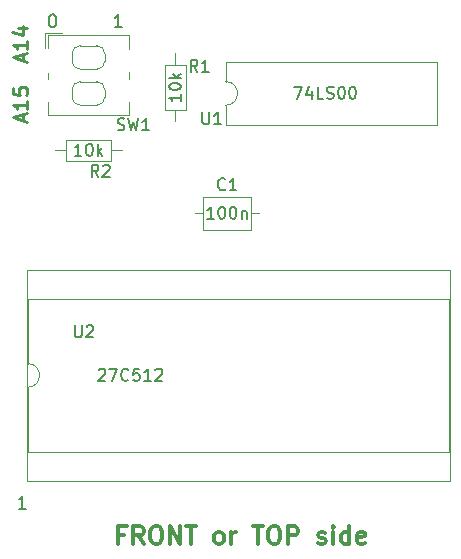
<source format=gbr>
G04 #@! TF.GenerationSoftware,KiCad,Pcbnew,(6.0.11)*
G04 #@! TF.CreationDate,2023-02-19T10:02:12-08:00*
G04 #@! TF.ProjectId,AtariCart,41746172-6943-4617-9274-2e6b69636164,rev?*
G04 #@! TF.SameCoordinates,Original*
G04 #@! TF.FileFunction,Legend,Top*
G04 #@! TF.FilePolarity,Positive*
%FSLAX46Y46*%
G04 Gerber Fmt 4.6, Leading zero omitted, Abs format (unit mm)*
G04 Created by KiCad (PCBNEW (6.0.11)) date 2023-02-19 10:02:12*
%MOMM*%
%LPD*%
G01*
G04 APERTURE LIST*
%ADD10C,0.250000*%
%ADD11C,0.200000*%
%ADD12C,0.300000*%
%ADD13C,0.150000*%
%ADD14C,0.120000*%
G04 APERTURE END LIST*
D10*
X27251000Y-35083571D02*
X27251000Y-34512142D01*
X27593857Y-35197857D02*
X26393857Y-34797857D01*
X27593857Y-34397857D01*
X27593857Y-33369285D02*
X27593857Y-34055000D01*
X27593857Y-33712142D02*
X26393857Y-33712142D01*
X26565285Y-33826428D01*
X26679571Y-33940714D01*
X26736714Y-34055000D01*
X26393857Y-32283571D02*
X26393857Y-32855000D01*
X26965285Y-32912142D01*
X26908142Y-32855000D01*
X26851000Y-32740714D01*
X26851000Y-32455000D01*
X26908142Y-32340714D01*
X26965285Y-32283571D01*
X27079571Y-32226428D01*
X27365285Y-32226428D01*
X27479571Y-32283571D01*
X27536714Y-32340714D01*
X27593857Y-32455000D01*
X27593857Y-32740714D01*
X27536714Y-32855000D01*
X27479571Y-32912142D01*
D11*
X35620285Y-27167619D02*
X34991714Y-27167619D01*
X35306000Y-27167619D02*
X35306000Y-26067619D01*
X35201238Y-26224761D01*
X35096476Y-26329523D01*
X34991714Y-26381904D01*
X27492285Y-67934619D02*
X26863714Y-67934619D01*
X27178000Y-67934619D02*
X27178000Y-66834619D01*
X27073238Y-66991761D01*
X26968476Y-67096523D01*
X26863714Y-67148904D01*
D10*
X27251000Y-30003571D02*
X27251000Y-29432142D01*
X27593857Y-30117857D02*
X26393857Y-29717857D01*
X27593857Y-29317857D01*
X27593857Y-28289285D02*
X27593857Y-28975000D01*
X27593857Y-28632142D02*
X26393857Y-28632142D01*
X26565285Y-28746428D01*
X26679571Y-28860714D01*
X26736714Y-28975000D01*
X26793857Y-27260714D02*
X27593857Y-27260714D01*
X26336714Y-27546428D02*
X27193857Y-27832142D01*
X27193857Y-27089285D01*
D12*
X35791428Y-70123857D02*
X35291428Y-70123857D01*
X35291428Y-70909571D02*
X35291428Y-69409571D01*
X36005714Y-69409571D01*
X37434285Y-70909571D02*
X36934285Y-70195285D01*
X36577142Y-70909571D02*
X36577142Y-69409571D01*
X37148571Y-69409571D01*
X37291428Y-69481000D01*
X37362857Y-69552428D01*
X37434285Y-69695285D01*
X37434285Y-69909571D01*
X37362857Y-70052428D01*
X37291428Y-70123857D01*
X37148571Y-70195285D01*
X36577142Y-70195285D01*
X38362857Y-69409571D02*
X38648571Y-69409571D01*
X38791428Y-69481000D01*
X38934285Y-69623857D01*
X39005714Y-69909571D01*
X39005714Y-70409571D01*
X38934285Y-70695285D01*
X38791428Y-70838142D01*
X38648571Y-70909571D01*
X38362857Y-70909571D01*
X38220000Y-70838142D01*
X38077142Y-70695285D01*
X38005714Y-70409571D01*
X38005714Y-69909571D01*
X38077142Y-69623857D01*
X38220000Y-69481000D01*
X38362857Y-69409571D01*
X39648571Y-70909571D02*
X39648571Y-69409571D01*
X40505714Y-70909571D01*
X40505714Y-69409571D01*
X41005714Y-69409571D02*
X41862857Y-69409571D01*
X41434285Y-70909571D02*
X41434285Y-69409571D01*
X43720000Y-70909571D02*
X43577142Y-70838142D01*
X43505714Y-70766714D01*
X43434285Y-70623857D01*
X43434285Y-70195285D01*
X43505714Y-70052428D01*
X43577142Y-69981000D01*
X43720000Y-69909571D01*
X43934285Y-69909571D01*
X44077142Y-69981000D01*
X44148571Y-70052428D01*
X44220000Y-70195285D01*
X44220000Y-70623857D01*
X44148571Y-70766714D01*
X44077142Y-70838142D01*
X43934285Y-70909571D01*
X43720000Y-70909571D01*
X44862857Y-70909571D02*
X44862857Y-69909571D01*
X44862857Y-70195285D02*
X44934285Y-70052428D01*
X45005714Y-69981000D01*
X45148571Y-69909571D01*
X45291428Y-69909571D01*
X46720000Y-69409571D02*
X47577142Y-69409571D01*
X47148571Y-70909571D02*
X47148571Y-69409571D01*
X48362857Y-69409571D02*
X48648571Y-69409571D01*
X48791428Y-69481000D01*
X48934285Y-69623857D01*
X49005714Y-69909571D01*
X49005714Y-70409571D01*
X48934285Y-70695285D01*
X48791428Y-70838142D01*
X48648571Y-70909571D01*
X48362857Y-70909571D01*
X48220000Y-70838142D01*
X48077142Y-70695285D01*
X48005714Y-70409571D01*
X48005714Y-69909571D01*
X48077142Y-69623857D01*
X48220000Y-69481000D01*
X48362857Y-69409571D01*
X49648571Y-70909571D02*
X49648571Y-69409571D01*
X50220000Y-69409571D01*
X50362857Y-69481000D01*
X50434285Y-69552428D01*
X50505714Y-69695285D01*
X50505714Y-69909571D01*
X50434285Y-70052428D01*
X50362857Y-70123857D01*
X50220000Y-70195285D01*
X49648571Y-70195285D01*
X52220000Y-70838142D02*
X52362857Y-70909571D01*
X52648571Y-70909571D01*
X52791428Y-70838142D01*
X52862857Y-70695285D01*
X52862857Y-70623857D01*
X52791428Y-70481000D01*
X52648571Y-70409571D01*
X52434285Y-70409571D01*
X52291428Y-70338142D01*
X52220000Y-70195285D01*
X52220000Y-70123857D01*
X52291428Y-69981000D01*
X52434285Y-69909571D01*
X52648571Y-69909571D01*
X52791428Y-69981000D01*
X53505714Y-70909571D02*
X53505714Y-69909571D01*
X53505714Y-69409571D02*
X53434285Y-69481000D01*
X53505714Y-69552428D01*
X53577142Y-69481000D01*
X53505714Y-69409571D01*
X53505714Y-69552428D01*
X54862857Y-70909571D02*
X54862857Y-69409571D01*
X54862857Y-70838142D02*
X54720000Y-70909571D01*
X54434285Y-70909571D01*
X54291428Y-70838142D01*
X54220000Y-70766714D01*
X54148571Y-70623857D01*
X54148571Y-70195285D01*
X54220000Y-70052428D01*
X54291428Y-69981000D01*
X54434285Y-69909571D01*
X54720000Y-69909571D01*
X54862857Y-69981000D01*
X56148571Y-70838142D02*
X56005714Y-70909571D01*
X55720000Y-70909571D01*
X55577142Y-70838142D01*
X55505714Y-70695285D01*
X55505714Y-70123857D01*
X55577142Y-69981000D01*
X55720000Y-69909571D01*
X56005714Y-69909571D01*
X56148571Y-69981000D01*
X56220000Y-70123857D01*
X56220000Y-70266714D01*
X55505714Y-70409571D01*
D11*
X29665619Y-26067619D02*
X29770380Y-26067619D01*
X29875142Y-26120000D01*
X29927523Y-26172380D01*
X29979904Y-26277142D01*
X30032285Y-26486666D01*
X30032285Y-26748571D01*
X29979904Y-26958095D01*
X29927523Y-27062857D01*
X29875142Y-27115238D01*
X29770380Y-27167619D01*
X29665619Y-27167619D01*
X29560857Y-27115238D01*
X29508476Y-27062857D01*
X29456095Y-26958095D01*
X29403714Y-26748571D01*
X29403714Y-26486666D01*
X29456095Y-26277142D01*
X29508476Y-26172380D01*
X29560857Y-26120000D01*
X29665619Y-26067619D01*
D13*
X31623095Y-52411380D02*
X31623095Y-53220904D01*
X31670714Y-53316142D01*
X31718333Y-53363761D01*
X31813571Y-53411380D01*
X32004047Y-53411380D01*
X32099285Y-53363761D01*
X32146904Y-53316142D01*
X32194523Y-53220904D01*
X32194523Y-52411380D01*
X32623095Y-52506619D02*
X32670714Y-52459000D01*
X32765952Y-52411380D01*
X33004047Y-52411380D01*
X33099285Y-52459000D01*
X33146904Y-52506619D01*
X33194523Y-52601857D01*
X33194523Y-52697095D01*
X33146904Y-52839952D01*
X32575476Y-53411380D01*
X33194523Y-53411380D01*
X33631523Y-56189619D02*
X33679142Y-56142000D01*
X33774380Y-56094380D01*
X34012476Y-56094380D01*
X34107714Y-56142000D01*
X34155333Y-56189619D01*
X34202952Y-56284857D01*
X34202952Y-56380095D01*
X34155333Y-56522952D01*
X33583904Y-57094380D01*
X34202952Y-57094380D01*
X34536285Y-56094380D02*
X35202952Y-56094380D01*
X34774380Y-57094380D01*
X36155333Y-56999142D02*
X36107714Y-57046761D01*
X35964857Y-57094380D01*
X35869619Y-57094380D01*
X35726761Y-57046761D01*
X35631523Y-56951523D01*
X35583904Y-56856285D01*
X35536285Y-56665809D01*
X35536285Y-56522952D01*
X35583904Y-56332476D01*
X35631523Y-56237238D01*
X35726761Y-56142000D01*
X35869619Y-56094380D01*
X35964857Y-56094380D01*
X36107714Y-56142000D01*
X36155333Y-56189619D01*
X37060095Y-56094380D02*
X36583904Y-56094380D01*
X36536285Y-56570571D01*
X36583904Y-56522952D01*
X36679142Y-56475333D01*
X36917238Y-56475333D01*
X37012476Y-56522952D01*
X37060095Y-56570571D01*
X37107714Y-56665809D01*
X37107714Y-56903904D01*
X37060095Y-56999142D01*
X37012476Y-57046761D01*
X36917238Y-57094380D01*
X36679142Y-57094380D01*
X36583904Y-57046761D01*
X36536285Y-56999142D01*
X38060095Y-57094380D02*
X37488666Y-57094380D01*
X37774380Y-57094380D02*
X37774380Y-56094380D01*
X37679142Y-56237238D01*
X37583904Y-56332476D01*
X37488666Y-56380095D01*
X38441047Y-56189619D02*
X38488666Y-56142000D01*
X38583904Y-56094380D01*
X38822000Y-56094380D01*
X38917238Y-56142000D01*
X38964857Y-56189619D01*
X39012476Y-56284857D01*
X39012476Y-56380095D01*
X38964857Y-56522952D01*
X38393428Y-57094380D01*
X39012476Y-57094380D01*
X42418095Y-34377380D02*
X42418095Y-35186904D01*
X42465714Y-35282142D01*
X42513333Y-35329761D01*
X42608571Y-35377380D01*
X42799047Y-35377380D01*
X42894285Y-35329761D01*
X42941904Y-35282142D01*
X42989523Y-35186904D01*
X42989523Y-34377380D01*
X43989523Y-35377380D02*
X43418095Y-35377380D01*
X43703809Y-35377380D02*
X43703809Y-34377380D01*
X43608571Y-34520238D01*
X43513333Y-34615476D01*
X43418095Y-34663095D01*
X50189142Y-32218380D02*
X50855809Y-32218380D01*
X50427238Y-33218380D01*
X51665333Y-32551714D02*
X51665333Y-33218380D01*
X51427238Y-32170761D02*
X51189142Y-32885047D01*
X51808190Y-32885047D01*
X52665333Y-33218380D02*
X52189142Y-33218380D01*
X52189142Y-32218380D01*
X52951047Y-33170761D02*
X53093904Y-33218380D01*
X53332000Y-33218380D01*
X53427238Y-33170761D01*
X53474857Y-33123142D01*
X53522476Y-33027904D01*
X53522476Y-32932666D01*
X53474857Y-32837428D01*
X53427238Y-32789809D01*
X53332000Y-32742190D01*
X53141523Y-32694571D01*
X53046285Y-32646952D01*
X52998666Y-32599333D01*
X52951047Y-32504095D01*
X52951047Y-32408857D01*
X52998666Y-32313619D01*
X53046285Y-32266000D01*
X53141523Y-32218380D01*
X53379619Y-32218380D01*
X53522476Y-32266000D01*
X54141523Y-32218380D02*
X54236761Y-32218380D01*
X54332000Y-32266000D01*
X54379619Y-32313619D01*
X54427238Y-32408857D01*
X54474857Y-32599333D01*
X54474857Y-32837428D01*
X54427238Y-33027904D01*
X54379619Y-33123142D01*
X54332000Y-33170761D01*
X54236761Y-33218380D01*
X54141523Y-33218380D01*
X54046285Y-33170761D01*
X53998666Y-33123142D01*
X53951047Y-33027904D01*
X53903428Y-32837428D01*
X53903428Y-32599333D01*
X53951047Y-32408857D01*
X53998666Y-32313619D01*
X54046285Y-32266000D01*
X54141523Y-32218380D01*
X55093904Y-32218380D02*
X55189142Y-32218380D01*
X55284380Y-32266000D01*
X55332000Y-32313619D01*
X55379619Y-32408857D01*
X55427238Y-32599333D01*
X55427238Y-32837428D01*
X55379619Y-33027904D01*
X55332000Y-33123142D01*
X55284380Y-33170761D01*
X55189142Y-33218380D01*
X55093904Y-33218380D01*
X54998666Y-33170761D01*
X54951047Y-33123142D01*
X54903428Y-33027904D01*
X54855809Y-32837428D01*
X54855809Y-32599333D01*
X54903428Y-32408857D01*
X54951047Y-32313619D01*
X54998666Y-32266000D01*
X55093904Y-32218380D01*
X35242666Y-35837761D02*
X35385523Y-35885380D01*
X35623619Y-35885380D01*
X35718857Y-35837761D01*
X35766476Y-35790142D01*
X35814095Y-35694904D01*
X35814095Y-35599666D01*
X35766476Y-35504428D01*
X35718857Y-35456809D01*
X35623619Y-35409190D01*
X35433142Y-35361571D01*
X35337904Y-35313952D01*
X35290285Y-35266333D01*
X35242666Y-35171095D01*
X35242666Y-35075857D01*
X35290285Y-34980619D01*
X35337904Y-34933000D01*
X35433142Y-34885380D01*
X35671238Y-34885380D01*
X35814095Y-34933000D01*
X36147428Y-34885380D02*
X36385523Y-35885380D01*
X36576000Y-35171095D01*
X36766476Y-35885380D01*
X37004571Y-34885380D01*
X37909333Y-35885380D02*
X37337904Y-35885380D01*
X37623619Y-35885380D02*
X37623619Y-34885380D01*
X37528380Y-35028238D01*
X37433142Y-35123476D01*
X37337904Y-35171095D01*
X44350333Y-40863142D02*
X44302714Y-40910761D01*
X44159857Y-40958380D01*
X44064619Y-40958380D01*
X43921761Y-40910761D01*
X43826523Y-40815523D01*
X43778904Y-40720285D01*
X43731285Y-40529809D01*
X43731285Y-40386952D01*
X43778904Y-40196476D01*
X43826523Y-40101238D01*
X43921761Y-40006000D01*
X44064619Y-39958380D01*
X44159857Y-39958380D01*
X44302714Y-40006000D01*
X44350333Y-40053619D01*
X45302714Y-40958380D02*
X44731285Y-40958380D01*
X45017000Y-40958380D02*
X45017000Y-39958380D01*
X44921761Y-40101238D01*
X44826523Y-40196476D01*
X44731285Y-40244095D01*
X43397952Y-43378380D02*
X42826523Y-43378380D01*
X43112238Y-43378380D02*
X43112238Y-42378380D01*
X43017000Y-42521238D01*
X42921761Y-42616476D01*
X42826523Y-42664095D01*
X44017000Y-42378380D02*
X44112238Y-42378380D01*
X44207476Y-42426000D01*
X44255095Y-42473619D01*
X44302714Y-42568857D01*
X44350333Y-42759333D01*
X44350333Y-42997428D01*
X44302714Y-43187904D01*
X44255095Y-43283142D01*
X44207476Y-43330761D01*
X44112238Y-43378380D01*
X44017000Y-43378380D01*
X43921761Y-43330761D01*
X43874142Y-43283142D01*
X43826523Y-43187904D01*
X43778904Y-42997428D01*
X43778904Y-42759333D01*
X43826523Y-42568857D01*
X43874142Y-42473619D01*
X43921761Y-42426000D01*
X44017000Y-42378380D01*
X44969380Y-42378380D02*
X45064619Y-42378380D01*
X45159857Y-42426000D01*
X45207476Y-42473619D01*
X45255095Y-42568857D01*
X45302714Y-42759333D01*
X45302714Y-42997428D01*
X45255095Y-43187904D01*
X45207476Y-43283142D01*
X45159857Y-43330761D01*
X45064619Y-43378380D01*
X44969380Y-43378380D01*
X44874142Y-43330761D01*
X44826523Y-43283142D01*
X44778904Y-43187904D01*
X44731285Y-42997428D01*
X44731285Y-42759333D01*
X44778904Y-42568857D01*
X44826523Y-42473619D01*
X44874142Y-42426000D01*
X44969380Y-42378380D01*
X45731285Y-42711714D02*
X45731285Y-43378380D01*
X45731285Y-42806952D02*
X45778904Y-42759333D01*
X45874142Y-42711714D01*
X46017000Y-42711714D01*
X46112238Y-42759333D01*
X46159857Y-42854571D01*
X46159857Y-43378380D01*
X33615333Y-39822380D02*
X33282000Y-39346190D01*
X33043904Y-39822380D02*
X33043904Y-38822380D01*
X33424857Y-38822380D01*
X33520095Y-38870000D01*
X33567714Y-38917619D01*
X33615333Y-39012857D01*
X33615333Y-39155714D01*
X33567714Y-39250952D01*
X33520095Y-39298571D01*
X33424857Y-39346190D01*
X33043904Y-39346190D01*
X33996285Y-38917619D02*
X34043904Y-38870000D01*
X34139142Y-38822380D01*
X34377238Y-38822380D01*
X34472476Y-38870000D01*
X34520095Y-38917619D01*
X34567714Y-39012857D01*
X34567714Y-39108095D01*
X34520095Y-39250952D01*
X33948666Y-39822380D01*
X34567714Y-39822380D01*
X32170761Y-38044380D02*
X31599333Y-38044380D01*
X31885047Y-38044380D02*
X31885047Y-37044380D01*
X31789809Y-37187238D01*
X31694571Y-37282476D01*
X31599333Y-37330095D01*
X32789809Y-37044380D02*
X32885047Y-37044380D01*
X32980285Y-37092000D01*
X33027904Y-37139619D01*
X33075523Y-37234857D01*
X33123142Y-37425333D01*
X33123142Y-37663428D01*
X33075523Y-37853904D01*
X33027904Y-37949142D01*
X32980285Y-37996761D01*
X32885047Y-38044380D01*
X32789809Y-38044380D01*
X32694571Y-37996761D01*
X32646952Y-37949142D01*
X32599333Y-37853904D01*
X32551714Y-37663428D01*
X32551714Y-37425333D01*
X32599333Y-37234857D01*
X32646952Y-37139619D01*
X32694571Y-37092000D01*
X32789809Y-37044380D01*
X33551714Y-38044380D02*
X33551714Y-37044380D01*
X33646952Y-37663428D02*
X33932666Y-38044380D01*
X33932666Y-37377714D02*
X33551714Y-37758666D01*
X41997333Y-30932380D02*
X41664000Y-30456190D01*
X41425904Y-30932380D02*
X41425904Y-29932380D01*
X41806857Y-29932380D01*
X41902095Y-29980000D01*
X41949714Y-30027619D01*
X41997333Y-30122857D01*
X41997333Y-30265714D01*
X41949714Y-30360952D01*
X41902095Y-30408571D01*
X41806857Y-30456190D01*
X41425904Y-30456190D01*
X42949714Y-30932380D02*
X42378285Y-30932380D01*
X42664000Y-30932380D02*
X42664000Y-29932380D01*
X42568761Y-30075238D01*
X42473523Y-30170476D01*
X42378285Y-30218095D01*
X40584380Y-32853238D02*
X40584380Y-33424666D01*
X40584380Y-33138952D02*
X39584380Y-33138952D01*
X39727238Y-33234190D01*
X39822476Y-33329428D01*
X39870095Y-33424666D01*
X39584380Y-32234190D02*
X39584380Y-32138952D01*
X39632000Y-32043714D01*
X39679619Y-31996095D01*
X39774857Y-31948476D01*
X39965333Y-31900857D01*
X40203428Y-31900857D01*
X40393904Y-31948476D01*
X40489142Y-31996095D01*
X40536761Y-32043714D01*
X40584380Y-32138952D01*
X40584380Y-32234190D01*
X40536761Y-32329428D01*
X40489142Y-32377047D01*
X40393904Y-32424666D01*
X40203428Y-32472285D01*
X39965333Y-32472285D01*
X39774857Y-32424666D01*
X39679619Y-32377047D01*
X39632000Y-32329428D01*
X39584380Y-32234190D01*
X40584380Y-31472285D02*
X39584380Y-31472285D01*
X40203428Y-31377047D02*
X40584380Y-31091333D01*
X39917714Y-31091333D02*
X40298666Y-31472285D01*
D14*
X27626000Y-50182000D02*
X27626000Y-55642000D01*
X27626000Y-57642000D02*
X27626000Y-63102000D01*
X63306000Y-63102000D02*
X63306000Y-50182000D01*
X27566000Y-47692000D02*
X27566000Y-65592000D01*
X63366000Y-47692000D02*
X27566000Y-47692000D01*
X63366000Y-65592000D02*
X63366000Y-47692000D01*
X27566000Y-65592000D02*
X63366000Y-65592000D01*
X63306000Y-50182000D02*
X27626000Y-50182000D01*
X27626000Y-63102000D02*
X63306000Y-63102000D01*
X27626000Y-57642000D02*
G75*
G03*
X27626000Y-55642000I0J1000000D01*
G01*
X62290000Y-35416000D02*
X62290000Y-30116000D01*
X62290000Y-30116000D02*
X44390000Y-30116000D01*
X44390000Y-35416000D02*
X62290000Y-35416000D01*
X44390000Y-33766000D02*
X44390000Y-35416000D01*
X44390000Y-30116000D02*
X44390000Y-31766000D01*
X44390000Y-33766000D02*
G75*
G03*
X44390000Y-31766000I0J1000000D01*
G01*
X29356000Y-33502000D02*
X29356000Y-34622000D01*
X36177000Y-33502000D02*
X36177000Y-34622000D01*
X29356000Y-31012000D02*
X29356000Y-31523000D01*
X29356000Y-34622000D02*
X36177000Y-34622000D01*
X36177000Y-30962000D02*
X36177000Y-31523000D01*
X29356000Y-27862000D02*
X29356000Y-28932000D01*
X29116000Y-27622000D02*
X30499000Y-27622000D01*
X29356000Y-27862000D02*
X36177000Y-27862000D01*
X29116000Y-27622000D02*
X29116000Y-28932000D01*
X36177000Y-27862000D02*
X36177000Y-28982000D01*
X46537000Y-41506000D02*
X42497000Y-41506000D01*
X47227000Y-42926000D02*
X46537000Y-42926000D01*
X42497000Y-41506000D02*
X42497000Y-44346000D01*
X42497000Y-44346000D02*
X46537000Y-44346000D01*
X41807000Y-42926000D02*
X42497000Y-42926000D01*
X46537000Y-44346000D02*
X46537000Y-41506000D01*
X29896000Y-37592000D02*
X30846000Y-37592000D01*
X30846000Y-38512000D02*
X34686000Y-38512000D01*
X30846000Y-36672000D02*
X30846000Y-38512000D01*
X34686000Y-36672000D02*
X30846000Y-36672000D01*
X34686000Y-38512000D02*
X34686000Y-36672000D01*
X35636000Y-37592000D02*
X34686000Y-37592000D01*
X33466000Y-30718000D02*
X32066000Y-30718000D01*
X34166000Y-29418000D02*
X34166000Y-30018000D01*
X32066000Y-28718000D02*
X33466000Y-28718000D01*
X31366000Y-30018000D02*
X31366000Y-29418000D01*
X31366000Y-30018000D02*
G75*
G03*
X32066000Y-30718000I699999J-1D01*
G01*
X34166000Y-29418000D02*
G75*
G03*
X33466000Y-28718000I-700000J0D01*
G01*
X33466000Y-30718000D02*
G75*
G03*
X34166000Y-30018000I0J700000D01*
G01*
X32066000Y-28718000D02*
G75*
G03*
X31366000Y-29418000I-1J-699999D01*
G01*
X33466000Y-33766000D02*
X32066000Y-33766000D01*
X32066000Y-31766000D02*
X33466000Y-31766000D01*
X34166000Y-32466000D02*
X34166000Y-33066000D01*
X31366000Y-33066000D02*
X31366000Y-32466000D01*
X32066000Y-31766000D02*
G75*
G03*
X31366000Y-32466000I-1J-699999D01*
G01*
X34166000Y-32466000D02*
G75*
G03*
X33466000Y-31766000I-700000J0D01*
G01*
X33466000Y-33766000D02*
G75*
G03*
X34166000Y-33066000I0J700000D01*
G01*
X31366000Y-33066000D02*
G75*
G03*
X32066000Y-33766000I699999J-1D01*
G01*
X40132000Y-29388000D02*
X40132000Y-30338000D01*
X41052000Y-34178000D02*
X41052000Y-30338000D01*
X39212000Y-30338000D02*
X39212000Y-34178000D01*
X41052000Y-30338000D02*
X39212000Y-30338000D01*
X39212000Y-34178000D02*
X41052000Y-34178000D01*
X40132000Y-35128000D02*
X40132000Y-34178000D01*
M02*

</source>
